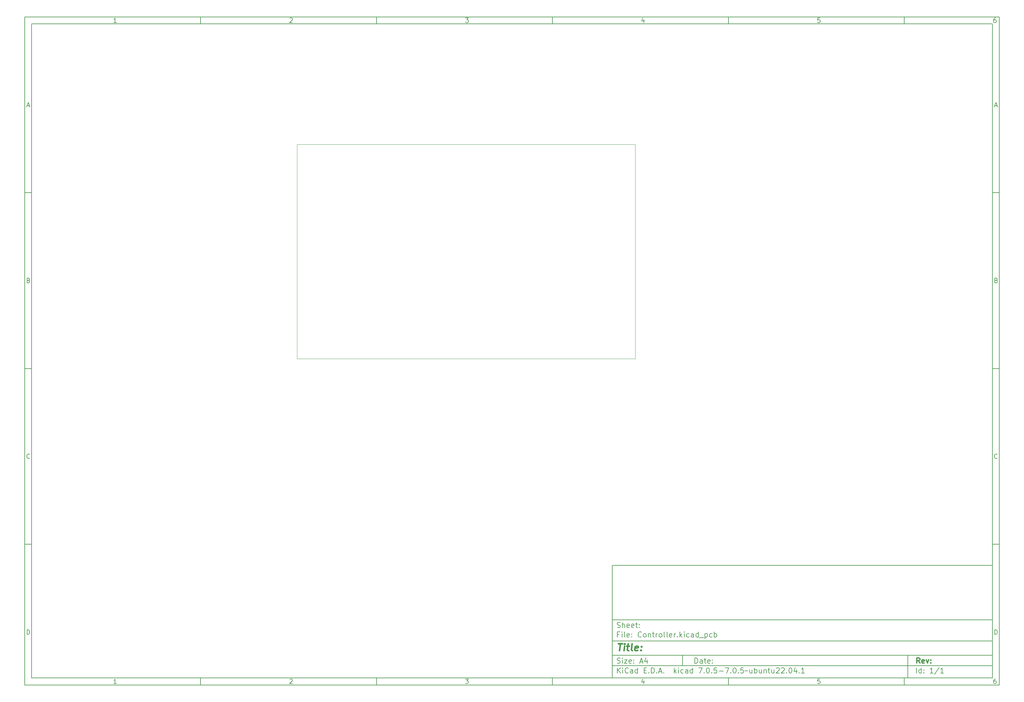
<source format=gbr>
%TF.GenerationSoftware,KiCad,Pcbnew,7.0.5-7.0.5~ubuntu22.04.1*%
%TF.CreationDate,2023-06-29T11:19:58+05:30*%
%TF.ProjectId,Controller,436f6e74-726f-46c6-9c65-722e6b696361,rev?*%
%TF.SameCoordinates,Original*%
%TF.FileFunction,Profile,NP*%
%FSLAX46Y46*%
G04 Gerber Fmt 4.6, Leading zero omitted, Abs format (unit mm)*
G04 Created by KiCad (PCBNEW 7.0.5-7.0.5~ubuntu22.04.1) date 2023-06-29 11:19:58*
%MOMM*%
%LPD*%
G01*
G04 APERTURE LIST*
%ADD10C,0.100000*%
%ADD11C,0.150000*%
%ADD12C,0.300000*%
%ADD13C,0.400000*%
%TA.AperFunction,Profile*%
%ADD14C,0.100000*%
%TD*%
G04 APERTURE END LIST*
D10*
D11*
X177002200Y-166007200D02*
X285002200Y-166007200D01*
X285002200Y-198007200D01*
X177002200Y-198007200D01*
X177002200Y-166007200D01*
D10*
D11*
X10000000Y-10000000D02*
X287002200Y-10000000D01*
X287002200Y-200007200D01*
X10000000Y-200007200D01*
X10000000Y-10000000D01*
D10*
D11*
X12000000Y-12000000D02*
X285002200Y-12000000D01*
X285002200Y-198007200D01*
X12000000Y-198007200D01*
X12000000Y-12000000D01*
D10*
D11*
X60000000Y-12000000D02*
X60000000Y-10000000D01*
D10*
D11*
X110000000Y-12000000D02*
X110000000Y-10000000D01*
D10*
D11*
X160000000Y-12000000D02*
X160000000Y-10000000D01*
D10*
D11*
X210000000Y-12000000D02*
X210000000Y-10000000D01*
D10*
D11*
X260000000Y-12000000D02*
X260000000Y-10000000D01*
D10*
D11*
X36089160Y-11593604D02*
X35346303Y-11593604D01*
X35717731Y-11593604D02*
X35717731Y-10293604D01*
X35717731Y-10293604D02*
X35593922Y-10479319D01*
X35593922Y-10479319D02*
X35470112Y-10603128D01*
X35470112Y-10603128D02*
X35346303Y-10665033D01*
D10*
D11*
X85346303Y-10417414D02*
X85408207Y-10355509D01*
X85408207Y-10355509D02*
X85532017Y-10293604D01*
X85532017Y-10293604D02*
X85841541Y-10293604D01*
X85841541Y-10293604D02*
X85965350Y-10355509D01*
X85965350Y-10355509D02*
X86027255Y-10417414D01*
X86027255Y-10417414D02*
X86089160Y-10541223D01*
X86089160Y-10541223D02*
X86089160Y-10665033D01*
X86089160Y-10665033D02*
X86027255Y-10850747D01*
X86027255Y-10850747D02*
X85284398Y-11593604D01*
X85284398Y-11593604D02*
X86089160Y-11593604D01*
D10*
D11*
X135284398Y-10293604D02*
X136089160Y-10293604D01*
X136089160Y-10293604D02*
X135655826Y-10788842D01*
X135655826Y-10788842D02*
X135841541Y-10788842D01*
X135841541Y-10788842D02*
X135965350Y-10850747D01*
X135965350Y-10850747D02*
X136027255Y-10912652D01*
X136027255Y-10912652D02*
X136089160Y-11036461D01*
X136089160Y-11036461D02*
X136089160Y-11345985D01*
X136089160Y-11345985D02*
X136027255Y-11469795D01*
X136027255Y-11469795D02*
X135965350Y-11531700D01*
X135965350Y-11531700D02*
X135841541Y-11593604D01*
X135841541Y-11593604D02*
X135470112Y-11593604D01*
X135470112Y-11593604D02*
X135346303Y-11531700D01*
X135346303Y-11531700D02*
X135284398Y-11469795D01*
D10*
D11*
X185965350Y-10726938D02*
X185965350Y-11593604D01*
X185655826Y-10231700D02*
X185346303Y-11160271D01*
X185346303Y-11160271D02*
X186151064Y-11160271D01*
D10*
D11*
X236027255Y-10293604D02*
X235408207Y-10293604D01*
X235408207Y-10293604D02*
X235346303Y-10912652D01*
X235346303Y-10912652D02*
X235408207Y-10850747D01*
X235408207Y-10850747D02*
X235532017Y-10788842D01*
X235532017Y-10788842D02*
X235841541Y-10788842D01*
X235841541Y-10788842D02*
X235965350Y-10850747D01*
X235965350Y-10850747D02*
X236027255Y-10912652D01*
X236027255Y-10912652D02*
X236089160Y-11036461D01*
X236089160Y-11036461D02*
X236089160Y-11345985D01*
X236089160Y-11345985D02*
X236027255Y-11469795D01*
X236027255Y-11469795D02*
X235965350Y-11531700D01*
X235965350Y-11531700D02*
X235841541Y-11593604D01*
X235841541Y-11593604D02*
X235532017Y-11593604D01*
X235532017Y-11593604D02*
X235408207Y-11531700D01*
X235408207Y-11531700D02*
X235346303Y-11469795D01*
D10*
D11*
X285965350Y-10293604D02*
X285717731Y-10293604D01*
X285717731Y-10293604D02*
X285593922Y-10355509D01*
X285593922Y-10355509D02*
X285532017Y-10417414D01*
X285532017Y-10417414D02*
X285408207Y-10603128D01*
X285408207Y-10603128D02*
X285346303Y-10850747D01*
X285346303Y-10850747D02*
X285346303Y-11345985D01*
X285346303Y-11345985D02*
X285408207Y-11469795D01*
X285408207Y-11469795D02*
X285470112Y-11531700D01*
X285470112Y-11531700D02*
X285593922Y-11593604D01*
X285593922Y-11593604D02*
X285841541Y-11593604D01*
X285841541Y-11593604D02*
X285965350Y-11531700D01*
X285965350Y-11531700D02*
X286027255Y-11469795D01*
X286027255Y-11469795D02*
X286089160Y-11345985D01*
X286089160Y-11345985D02*
X286089160Y-11036461D01*
X286089160Y-11036461D02*
X286027255Y-10912652D01*
X286027255Y-10912652D02*
X285965350Y-10850747D01*
X285965350Y-10850747D02*
X285841541Y-10788842D01*
X285841541Y-10788842D02*
X285593922Y-10788842D01*
X285593922Y-10788842D02*
X285470112Y-10850747D01*
X285470112Y-10850747D02*
X285408207Y-10912652D01*
X285408207Y-10912652D02*
X285346303Y-11036461D01*
D10*
D11*
X60000000Y-198007200D02*
X60000000Y-200007200D01*
D10*
D11*
X110000000Y-198007200D02*
X110000000Y-200007200D01*
D10*
D11*
X160000000Y-198007200D02*
X160000000Y-200007200D01*
D10*
D11*
X210000000Y-198007200D02*
X210000000Y-200007200D01*
D10*
D11*
X260000000Y-198007200D02*
X260000000Y-200007200D01*
D10*
D11*
X36089160Y-199600804D02*
X35346303Y-199600804D01*
X35717731Y-199600804D02*
X35717731Y-198300804D01*
X35717731Y-198300804D02*
X35593922Y-198486519D01*
X35593922Y-198486519D02*
X35470112Y-198610328D01*
X35470112Y-198610328D02*
X35346303Y-198672233D01*
D10*
D11*
X85346303Y-198424614D02*
X85408207Y-198362709D01*
X85408207Y-198362709D02*
X85532017Y-198300804D01*
X85532017Y-198300804D02*
X85841541Y-198300804D01*
X85841541Y-198300804D02*
X85965350Y-198362709D01*
X85965350Y-198362709D02*
X86027255Y-198424614D01*
X86027255Y-198424614D02*
X86089160Y-198548423D01*
X86089160Y-198548423D02*
X86089160Y-198672233D01*
X86089160Y-198672233D02*
X86027255Y-198857947D01*
X86027255Y-198857947D02*
X85284398Y-199600804D01*
X85284398Y-199600804D02*
X86089160Y-199600804D01*
D10*
D11*
X135284398Y-198300804D02*
X136089160Y-198300804D01*
X136089160Y-198300804D02*
X135655826Y-198796042D01*
X135655826Y-198796042D02*
X135841541Y-198796042D01*
X135841541Y-198796042D02*
X135965350Y-198857947D01*
X135965350Y-198857947D02*
X136027255Y-198919852D01*
X136027255Y-198919852D02*
X136089160Y-199043661D01*
X136089160Y-199043661D02*
X136089160Y-199353185D01*
X136089160Y-199353185D02*
X136027255Y-199476995D01*
X136027255Y-199476995D02*
X135965350Y-199538900D01*
X135965350Y-199538900D02*
X135841541Y-199600804D01*
X135841541Y-199600804D02*
X135470112Y-199600804D01*
X135470112Y-199600804D02*
X135346303Y-199538900D01*
X135346303Y-199538900D02*
X135284398Y-199476995D01*
D10*
D11*
X185965350Y-198734138D02*
X185965350Y-199600804D01*
X185655826Y-198238900D02*
X185346303Y-199167471D01*
X185346303Y-199167471D02*
X186151064Y-199167471D01*
D10*
D11*
X236027255Y-198300804D02*
X235408207Y-198300804D01*
X235408207Y-198300804D02*
X235346303Y-198919852D01*
X235346303Y-198919852D02*
X235408207Y-198857947D01*
X235408207Y-198857947D02*
X235532017Y-198796042D01*
X235532017Y-198796042D02*
X235841541Y-198796042D01*
X235841541Y-198796042D02*
X235965350Y-198857947D01*
X235965350Y-198857947D02*
X236027255Y-198919852D01*
X236027255Y-198919852D02*
X236089160Y-199043661D01*
X236089160Y-199043661D02*
X236089160Y-199353185D01*
X236089160Y-199353185D02*
X236027255Y-199476995D01*
X236027255Y-199476995D02*
X235965350Y-199538900D01*
X235965350Y-199538900D02*
X235841541Y-199600804D01*
X235841541Y-199600804D02*
X235532017Y-199600804D01*
X235532017Y-199600804D02*
X235408207Y-199538900D01*
X235408207Y-199538900D02*
X235346303Y-199476995D01*
D10*
D11*
X285965350Y-198300804D02*
X285717731Y-198300804D01*
X285717731Y-198300804D02*
X285593922Y-198362709D01*
X285593922Y-198362709D02*
X285532017Y-198424614D01*
X285532017Y-198424614D02*
X285408207Y-198610328D01*
X285408207Y-198610328D02*
X285346303Y-198857947D01*
X285346303Y-198857947D02*
X285346303Y-199353185D01*
X285346303Y-199353185D02*
X285408207Y-199476995D01*
X285408207Y-199476995D02*
X285470112Y-199538900D01*
X285470112Y-199538900D02*
X285593922Y-199600804D01*
X285593922Y-199600804D02*
X285841541Y-199600804D01*
X285841541Y-199600804D02*
X285965350Y-199538900D01*
X285965350Y-199538900D02*
X286027255Y-199476995D01*
X286027255Y-199476995D02*
X286089160Y-199353185D01*
X286089160Y-199353185D02*
X286089160Y-199043661D01*
X286089160Y-199043661D02*
X286027255Y-198919852D01*
X286027255Y-198919852D02*
X285965350Y-198857947D01*
X285965350Y-198857947D02*
X285841541Y-198796042D01*
X285841541Y-198796042D02*
X285593922Y-198796042D01*
X285593922Y-198796042D02*
X285470112Y-198857947D01*
X285470112Y-198857947D02*
X285408207Y-198919852D01*
X285408207Y-198919852D02*
X285346303Y-199043661D01*
D10*
D11*
X10000000Y-60000000D02*
X12000000Y-60000000D01*
D10*
D11*
X10000000Y-110000000D02*
X12000000Y-110000000D01*
D10*
D11*
X10000000Y-160000000D02*
X12000000Y-160000000D01*
D10*
D11*
X10690476Y-35222176D02*
X11309523Y-35222176D01*
X10566666Y-35593604D02*
X10999999Y-34293604D01*
X10999999Y-34293604D02*
X11433333Y-35593604D01*
D10*
D11*
X11092857Y-84912652D02*
X11278571Y-84974557D01*
X11278571Y-84974557D02*
X11340476Y-85036461D01*
X11340476Y-85036461D02*
X11402380Y-85160271D01*
X11402380Y-85160271D02*
X11402380Y-85345985D01*
X11402380Y-85345985D02*
X11340476Y-85469795D01*
X11340476Y-85469795D02*
X11278571Y-85531700D01*
X11278571Y-85531700D02*
X11154761Y-85593604D01*
X11154761Y-85593604D02*
X10659523Y-85593604D01*
X10659523Y-85593604D02*
X10659523Y-84293604D01*
X10659523Y-84293604D02*
X11092857Y-84293604D01*
X11092857Y-84293604D02*
X11216666Y-84355509D01*
X11216666Y-84355509D02*
X11278571Y-84417414D01*
X11278571Y-84417414D02*
X11340476Y-84541223D01*
X11340476Y-84541223D02*
X11340476Y-84665033D01*
X11340476Y-84665033D02*
X11278571Y-84788842D01*
X11278571Y-84788842D02*
X11216666Y-84850747D01*
X11216666Y-84850747D02*
X11092857Y-84912652D01*
X11092857Y-84912652D02*
X10659523Y-84912652D01*
D10*
D11*
X11402380Y-135469795D02*
X11340476Y-135531700D01*
X11340476Y-135531700D02*
X11154761Y-135593604D01*
X11154761Y-135593604D02*
X11030952Y-135593604D01*
X11030952Y-135593604D02*
X10845238Y-135531700D01*
X10845238Y-135531700D02*
X10721428Y-135407890D01*
X10721428Y-135407890D02*
X10659523Y-135284080D01*
X10659523Y-135284080D02*
X10597619Y-135036461D01*
X10597619Y-135036461D02*
X10597619Y-134850747D01*
X10597619Y-134850747D02*
X10659523Y-134603128D01*
X10659523Y-134603128D02*
X10721428Y-134479319D01*
X10721428Y-134479319D02*
X10845238Y-134355509D01*
X10845238Y-134355509D02*
X11030952Y-134293604D01*
X11030952Y-134293604D02*
X11154761Y-134293604D01*
X11154761Y-134293604D02*
X11340476Y-134355509D01*
X11340476Y-134355509D02*
X11402380Y-134417414D01*
D10*
D11*
X10659523Y-185593604D02*
X10659523Y-184293604D01*
X10659523Y-184293604D02*
X10969047Y-184293604D01*
X10969047Y-184293604D02*
X11154761Y-184355509D01*
X11154761Y-184355509D02*
X11278571Y-184479319D01*
X11278571Y-184479319D02*
X11340476Y-184603128D01*
X11340476Y-184603128D02*
X11402380Y-184850747D01*
X11402380Y-184850747D02*
X11402380Y-185036461D01*
X11402380Y-185036461D02*
X11340476Y-185284080D01*
X11340476Y-185284080D02*
X11278571Y-185407890D01*
X11278571Y-185407890D02*
X11154761Y-185531700D01*
X11154761Y-185531700D02*
X10969047Y-185593604D01*
X10969047Y-185593604D02*
X10659523Y-185593604D01*
D10*
D11*
X287002200Y-60000000D02*
X285002200Y-60000000D01*
D10*
D11*
X287002200Y-110000000D02*
X285002200Y-110000000D01*
D10*
D11*
X287002200Y-160000000D02*
X285002200Y-160000000D01*
D10*
D11*
X285692676Y-35222176D02*
X286311723Y-35222176D01*
X285568866Y-35593604D02*
X286002199Y-34293604D01*
X286002199Y-34293604D02*
X286435533Y-35593604D01*
D10*
D11*
X286095057Y-84912652D02*
X286280771Y-84974557D01*
X286280771Y-84974557D02*
X286342676Y-85036461D01*
X286342676Y-85036461D02*
X286404580Y-85160271D01*
X286404580Y-85160271D02*
X286404580Y-85345985D01*
X286404580Y-85345985D02*
X286342676Y-85469795D01*
X286342676Y-85469795D02*
X286280771Y-85531700D01*
X286280771Y-85531700D02*
X286156961Y-85593604D01*
X286156961Y-85593604D02*
X285661723Y-85593604D01*
X285661723Y-85593604D02*
X285661723Y-84293604D01*
X285661723Y-84293604D02*
X286095057Y-84293604D01*
X286095057Y-84293604D02*
X286218866Y-84355509D01*
X286218866Y-84355509D02*
X286280771Y-84417414D01*
X286280771Y-84417414D02*
X286342676Y-84541223D01*
X286342676Y-84541223D02*
X286342676Y-84665033D01*
X286342676Y-84665033D02*
X286280771Y-84788842D01*
X286280771Y-84788842D02*
X286218866Y-84850747D01*
X286218866Y-84850747D02*
X286095057Y-84912652D01*
X286095057Y-84912652D02*
X285661723Y-84912652D01*
D10*
D11*
X286404580Y-135469795D02*
X286342676Y-135531700D01*
X286342676Y-135531700D02*
X286156961Y-135593604D01*
X286156961Y-135593604D02*
X286033152Y-135593604D01*
X286033152Y-135593604D02*
X285847438Y-135531700D01*
X285847438Y-135531700D02*
X285723628Y-135407890D01*
X285723628Y-135407890D02*
X285661723Y-135284080D01*
X285661723Y-135284080D02*
X285599819Y-135036461D01*
X285599819Y-135036461D02*
X285599819Y-134850747D01*
X285599819Y-134850747D02*
X285661723Y-134603128D01*
X285661723Y-134603128D02*
X285723628Y-134479319D01*
X285723628Y-134479319D02*
X285847438Y-134355509D01*
X285847438Y-134355509D02*
X286033152Y-134293604D01*
X286033152Y-134293604D02*
X286156961Y-134293604D01*
X286156961Y-134293604D02*
X286342676Y-134355509D01*
X286342676Y-134355509D02*
X286404580Y-134417414D01*
D10*
D11*
X285661723Y-185593604D02*
X285661723Y-184293604D01*
X285661723Y-184293604D02*
X285971247Y-184293604D01*
X285971247Y-184293604D02*
X286156961Y-184355509D01*
X286156961Y-184355509D02*
X286280771Y-184479319D01*
X286280771Y-184479319D02*
X286342676Y-184603128D01*
X286342676Y-184603128D02*
X286404580Y-184850747D01*
X286404580Y-184850747D02*
X286404580Y-185036461D01*
X286404580Y-185036461D02*
X286342676Y-185284080D01*
X286342676Y-185284080D02*
X286280771Y-185407890D01*
X286280771Y-185407890D02*
X286156961Y-185531700D01*
X286156961Y-185531700D02*
X285971247Y-185593604D01*
X285971247Y-185593604D02*
X285661723Y-185593604D01*
D10*
D11*
X200458026Y-193793328D02*
X200458026Y-192293328D01*
X200458026Y-192293328D02*
X200815169Y-192293328D01*
X200815169Y-192293328D02*
X201029455Y-192364757D01*
X201029455Y-192364757D02*
X201172312Y-192507614D01*
X201172312Y-192507614D02*
X201243741Y-192650471D01*
X201243741Y-192650471D02*
X201315169Y-192936185D01*
X201315169Y-192936185D02*
X201315169Y-193150471D01*
X201315169Y-193150471D02*
X201243741Y-193436185D01*
X201243741Y-193436185D02*
X201172312Y-193579042D01*
X201172312Y-193579042D02*
X201029455Y-193721900D01*
X201029455Y-193721900D02*
X200815169Y-193793328D01*
X200815169Y-193793328D02*
X200458026Y-193793328D01*
X202600884Y-193793328D02*
X202600884Y-193007614D01*
X202600884Y-193007614D02*
X202529455Y-192864757D01*
X202529455Y-192864757D02*
X202386598Y-192793328D01*
X202386598Y-192793328D02*
X202100884Y-192793328D01*
X202100884Y-192793328D02*
X201958026Y-192864757D01*
X202600884Y-193721900D02*
X202458026Y-193793328D01*
X202458026Y-193793328D02*
X202100884Y-193793328D01*
X202100884Y-193793328D02*
X201958026Y-193721900D01*
X201958026Y-193721900D02*
X201886598Y-193579042D01*
X201886598Y-193579042D02*
X201886598Y-193436185D01*
X201886598Y-193436185D02*
X201958026Y-193293328D01*
X201958026Y-193293328D02*
X202100884Y-193221900D01*
X202100884Y-193221900D02*
X202458026Y-193221900D01*
X202458026Y-193221900D02*
X202600884Y-193150471D01*
X203100884Y-192793328D02*
X203672312Y-192793328D01*
X203315169Y-192293328D02*
X203315169Y-193579042D01*
X203315169Y-193579042D02*
X203386598Y-193721900D01*
X203386598Y-193721900D02*
X203529455Y-193793328D01*
X203529455Y-193793328D02*
X203672312Y-193793328D01*
X204743741Y-193721900D02*
X204600884Y-193793328D01*
X204600884Y-193793328D02*
X204315170Y-193793328D01*
X204315170Y-193793328D02*
X204172312Y-193721900D01*
X204172312Y-193721900D02*
X204100884Y-193579042D01*
X204100884Y-193579042D02*
X204100884Y-193007614D01*
X204100884Y-193007614D02*
X204172312Y-192864757D01*
X204172312Y-192864757D02*
X204315170Y-192793328D01*
X204315170Y-192793328D02*
X204600884Y-192793328D01*
X204600884Y-192793328D02*
X204743741Y-192864757D01*
X204743741Y-192864757D02*
X204815170Y-193007614D01*
X204815170Y-193007614D02*
X204815170Y-193150471D01*
X204815170Y-193150471D02*
X204100884Y-193293328D01*
X205458026Y-193650471D02*
X205529455Y-193721900D01*
X205529455Y-193721900D02*
X205458026Y-193793328D01*
X205458026Y-193793328D02*
X205386598Y-193721900D01*
X205386598Y-193721900D02*
X205458026Y-193650471D01*
X205458026Y-193650471D02*
X205458026Y-193793328D01*
X205458026Y-192864757D02*
X205529455Y-192936185D01*
X205529455Y-192936185D02*
X205458026Y-193007614D01*
X205458026Y-193007614D02*
X205386598Y-192936185D01*
X205386598Y-192936185D02*
X205458026Y-192864757D01*
X205458026Y-192864757D02*
X205458026Y-193007614D01*
D10*
D11*
X177002200Y-194507200D02*
X285002200Y-194507200D01*
D10*
D11*
X178458026Y-196593328D02*
X178458026Y-195093328D01*
X179315169Y-196593328D02*
X178672312Y-195736185D01*
X179315169Y-195093328D02*
X178458026Y-195950471D01*
X179958026Y-196593328D02*
X179958026Y-195593328D01*
X179958026Y-195093328D02*
X179886598Y-195164757D01*
X179886598Y-195164757D02*
X179958026Y-195236185D01*
X179958026Y-195236185D02*
X180029455Y-195164757D01*
X180029455Y-195164757D02*
X179958026Y-195093328D01*
X179958026Y-195093328D02*
X179958026Y-195236185D01*
X181529455Y-196450471D02*
X181458027Y-196521900D01*
X181458027Y-196521900D02*
X181243741Y-196593328D01*
X181243741Y-196593328D02*
X181100884Y-196593328D01*
X181100884Y-196593328D02*
X180886598Y-196521900D01*
X180886598Y-196521900D02*
X180743741Y-196379042D01*
X180743741Y-196379042D02*
X180672312Y-196236185D01*
X180672312Y-196236185D02*
X180600884Y-195950471D01*
X180600884Y-195950471D02*
X180600884Y-195736185D01*
X180600884Y-195736185D02*
X180672312Y-195450471D01*
X180672312Y-195450471D02*
X180743741Y-195307614D01*
X180743741Y-195307614D02*
X180886598Y-195164757D01*
X180886598Y-195164757D02*
X181100884Y-195093328D01*
X181100884Y-195093328D02*
X181243741Y-195093328D01*
X181243741Y-195093328D02*
X181458027Y-195164757D01*
X181458027Y-195164757D02*
X181529455Y-195236185D01*
X182815170Y-196593328D02*
X182815170Y-195807614D01*
X182815170Y-195807614D02*
X182743741Y-195664757D01*
X182743741Y-195664757D02*
X182600884Y-195593328D01*
X182600884Y-195593328D02*
X182315170Y-195593328D01*
X182315170Y-195593328D02*
X182172312Y-195664757D01*
X182815170Y-196521900D02*
X182672312Y-196593328D01*
X182672312Y-196593328D02*
X182315170Y-196593328D01*
X182315170Y-196593328D02*
X182172312Y-196521900D01*
X182172312Y-196521900D02*
X182100884Y-196379042D01*
X182100884Y-196379042D02*
X182100884Y-196236185D01*
X182100884Y-196236185D02*
X182172312Y-196093328D01*
X182172312Y-196093328D02*
X182315170Y-196021900D01*
X182315170Y-196021900D02*
X182672312Y-196021900D01*
X182672312Y-196021900D02*
X182815170Y-195950471D01*
X184172313Y-196593328D02*
X184172313Y-195093328D01*
X184172313Y-196521900D02*
X184029455Y-196593328D01*
X184029455Y-196593328D02*
X183743741Y-196593328D01*
X183743741Y-196593328D02*
X183600884Y-196521900D01*
X183600884Y-196521900D02*
X183529455Y-196450471D01*
X183529455Y-196450471D02*
X183458027Y-196307614D01*
X183458027Y-196307614D02*
X183458027Y-195879042D01*
X183458027Y-195879042D02*
X183529455Y-195736185D01*
X183529455Y-195736185D02*
X183600884Y-195664757D01*
X183600884Y-195664757D02*
X183743741Y-195593328D01*
X183743741Y-195593328D02*
X184029455Y-195593328D01*
X184029455Y-195593328D02*
X184172313Y-195664757D01*
X186029455Y-195807614D02*
X186529455Y-195807614D01*
X186743741Y-196593328D02*
X186029455Y-196593328D01*
X186029455Y-196593328D02*
X186029455Y-195093328D01*
X186029455Y-195093328D02*
X186743741Y-195093328D01*
X187386598Y-196450471D02*
X187458027Y-196521900D01*
X187458027Y-196521900D02*
X187386598Y-196593328D01*
X187386598Y-196593328D02*
X187315170Y-196521900D01*
X187315170Y-196521900D02*
X187386598Y-196450471D01*
X187386598Y-196450471D02*
X187386598Y-196593328D01*
X188100884Y-196593328D02*
X188100884Y-195093328D01*
X188100884Y-195093328D02*
X188458027Y-195093328D01*
X188458027Y-195093328D02*
X188672313Y-195164757D01*
X188672313Y-195164757D02*
X188815170Y-195307614D01*
X188815170Y-195307614D02*
X188886599Y-195450471D01*
X188886599Y-195450471D02*
X188958027Y-195736185D01*
X188958027Y-195736185D02*
X188958027Y-195950471D01*
X188958027Y-195950471D02*
X188886599Y-196236185D01*
X188886599Y-196236185D02*
X188815170Y-196379042D01*
X188815170Y-196379042D02*
X188672313Y-196521900D01*
X188672313Y-196521900D02*
X188458027Y-196593328D01*
X188458027Y-196593328D02*
X188100884Y-196593328D01*
X189600884Y-196450471D02*
X189672313Y-196521900D01*
X189672313Y-196521900D02*
X189600884Y-196593328D01*
X189600884Y-196593328D02*
X189529456Y-196521900D01*
X189529456Y-196521900D02*
X189600884Y-196450471D01*
X189600884Y-196450471D02*
X189600884Y-196593328D01*
X190243742Y-196164757D02*
X190958028Y-196164757D01*
X190100885Y-196593328D02*
X190600885Y-195093328D01*
X190600885Y-195093328D02*
X191100885Y-196593328D01*
X191600884Y-196450471D02*
X191672313Y-196521900D01*
X191672313Y-196521900D02*
X191600884Y-196593328D01*
X191600884Y-196593328D02*
X191529456Y-196521900D01*
X191529456Y-196521900D02*
X191600884Y-196450471D01*
X191600884Y-196450471D02*
X191600884Y-196593328D01*
X194600884Y-196593328D02*
X194600884Y-195093328D01*
X194743742Y-196021900D02*
X195172313Y-196593328D01*
X195172313Y-195593328D02*
X194600884Y-196164757D01*
X195815170Y-196593328D02*
X195815170Y-195593328D01*
X195815170Y-195093328D02*
X195743742Y-195164757D01*
X195743742Y-195164757D02*
X195815170Y-195236185D01*
X195815170Y-195236185D02*
X195886599Y-195164757D01*
X195886599Y-195164757D02*
X195815170Y-195093328D01*
X195815170Y-195093328D02*
X195815170Y-195236185D01*
X197172314Y-196521900D02*
X197029456Y-196593328D01*
X197029456Y-196593328D02*
X196743742Y-196593328D01*
X196743742Y-196593328D02*
X196600885Y-196521900D01*
X196600885Y-196521900D02*
X196529456Y-196450471D01*
X196529456Y-196450471D02*
X196458028Y-196307614D01*
X196458028Y-196307614D02*
X196458028Y-195879042D01*
X196458028Y-195879042D02*
X196529456Y-195736185D01*
X196529456Y-195736185D02*
X196600885Y-195664757D01*
X196600885Y-195664757D02*
X196743742Y-195593328D01*
X196743742Y-195593328D02*
X197029456Y-195593328D01*
X197029456Y-195593328D02*
X197172314Y-195664757D01*
X198458028Y-196593328D02*
X198458028Y-195807614D01*
X198458028Y-195807614D02*
X198386599Y-195664757D01*
X198386599Y-195664757D02*
X198243742Y-195593328D01*
X198243742Y-195593328D02*
X197958028Y-195593328D01*
X197958028Y-195593328D02*
X197815170Y-195664757D01*
X198458028Y-196521900D02*
X198315170Y-196593328D01*
X198315170Y-196593328D02*
X197958028Y-196593328D01*
X197958028Y-196593328D02*
X197815170Y-196521900D01*
X197815170Y-196521900D02*
X197743742Y-196379042D01*
X197743742Y-196379042D02*
X197743742Y-196236185D01*
X197743742Y-196236185D02*
X197815170Y-196093328D01*
X197815170Y-196093328D02*
X197958028Y-196021900D01*
X197958028Y-196021900D02*
X198315170Y-196021900D01*
X198315170Y-196021900D02*
X198458028Y-195950471D01*
X199815171Y-196593328D02*
X199815171Y-195093328D01*
X199815171Y-196521900D02*
X199672313Y-196593328D01*
X199672313Y-196593328D02*
X199386599Y-196593328D01*
X199386599Y-196593328D02*
X199243742Y-196521900D01*
X199243742Y-196521900D02*
X199172313Y-196450471D01*
X199172313Y-196450471D02*
X199100885Y-196307614D01*
X199100885Y-196307614D02*
X199100885Y-195879042D01*
X199100885Y-195879042D02*
X199172313Y-195736185D01*
X199172313Y-195736185D02*
X199243742Y-195664757D01*
X199243742Y-195664757D02*
X199386599Y-195593328D01*
X199386599Y-195593328D02*
X199672313Y-195593328D01*
X199672313Y-195593328D02*
X199815171Y-195664757D01*
X201529456Y-195093328D02*
X202529456Y-195093328D01*
X202529456Y-195093328D02*
X201886599Y-196593328D01*
X203100884Y-196450471D02*
X203172313Y-196521900D01*
X203172313Y-196521900D02*
X203100884Y-196593328D01*
X203100884Y-196593328D02*
X203029456Y-196521900D01*
X203029456Y-196521900D02*
X203100884Y-196450471D01*
X203100884Y-196450471D02*
X203100884Y-196593328D01*
X204100885Y-195093328D02*
X204243742Y-195093328D01*
X204243742Y-195093328D02*
X204386599Y-195164757D01*
X204386599Y-195164757D02*
X204458028Y-195236185D01*
X204458028Y-195236185D02*
X204529456Y-195379042D01*
X204529456Y-195379042D02*
X204600885Y-195664757D01*
X204600885Y-195664757D02*
X204600885Y-196021900D01*
X204600885Y-196021900D02*
X204529456Y-196307614D01*
X204529456Y-196307614D02*
X204458028Y-196450471D01*
X204458028Y-196450471D02*
X204386599Y-196521900D01*
X204386599Y-196521900D02*
X204243742Y-196593328D01*
X204243742Y-196593328D02*
X204100885Y-196593328D01*
X204100885Y-196593328D02*
X203958028Y-196521900D01*
X203958028Y-196521900D02*
X203886599Y-196450471D01*
X203886599Y-196450471D02*
X203815170Y-196307614D01*
X203815170Y-196307614D02*
X203743742Y-196021900D01*
X203743742Y-196021900D02*
X203743742Y-195664757D01*
X203743742Y-195664757D02*
X203815170Y-195379042D01*
X203815170Y-195379042D02*
X203886599Y-195236185D01*
X203886599Y-195236185D02*
X203958028Y-195164757D01*
X203958028Y-195164757D02*
X204100885Y-195093328D01*
X205243741Y-196450471D02*
X205315170Y-196521900D01*
X205315170Y-196521900D02*
X205243741Y-196593328D01*
X205243741Y-196593328D02*
X205172313Y-196521900D01*
X205172313Y-196521900D02*
X205243741Y-196450471D01*
X205243741Y-196450471D02*
X205243741Y-196593328D01*
X206672313Y-195093328D02*
X205958027Y-195093328D01*
X205958027Y-195093328D02*
X205886599Y-195807614D01*
X205886599Y-195807614D02*
X205958027Y-195736185D01*
X205958027Y-195736185D02*
X206100885Y-195664757D01*
X206100885Y-195664757D02*
X206458027Y-195664757D01*
X206458027Y-195664757D02*
X206600885Y-195736185D01*
X206600885Y-195736185D02*
X206672313Y-195807614D01*
X206672313Y-195807614D02*
X206743742Y-195950471D01*
X206743742Y-195950471D02*
X206743742Y-196307614D01*
X206743742Y-196307614D02*
X206672313Y-196450471D01*
X206672313Y-196450471D02*
X206600885Y-196521900D01*
X206600885Y-196521900D02*
X206458027Y-196593328D01*
X206458027Y-196593328D02*
X206100885Y-196593328D01*
X206100885Y-196593328D02*
X205958027Y-196521900D01*
X205958027Y-196521900D02*
X205886599Y-196450471D01*
X207386598Y-196021900D02*
X208529456Y-196021900D01*
X209100884Y-195093328D02*
X210100884Y-195093328D01*
X210100884Y-195093328D02*
X209458027Y-196593328D01*
X210672312Y-196450471D02*
X210743741Y-196521900D01*
X210743741Y-196521900D02*
X210672312Y-196593328D01*
X210672312Y-196593328D02*
X210600884Y-196521900D01*
X210600884Y-196521900D02*
X210672312Y-196450471D01*
X210672312Y-196450471D02*
X210672312Y-196593328D01*
X211672313Y-195093328D02*
X211815170Y-195093328D01*
X211815170Y-195093328D02*
X211958027Y-195164757D01*
X211958027Y-195164757D02*
X212029456Y-195236185D01*
X212029456Y-195236185D02*
X212100884Y-195379042D01*
X212100884Y-195379042D02*
X212172313Y-195664757D01*
X212172313Y-195664757D02*
X212172313Y-196021900D01*
X212172313Y-196021900D02*
X212100884Y-196307614D01*
X212100884Y-196307614D02*
X212029456Y-196450471D01*
X212029456Y-196450471D02*
X211958027Y-196521900D01*
X211958027Y-196521900D02*
X211815170Y-196593328D01*
X211815170Y-196593328D02*
X211672313Y-196593328D01*
X211672313Y-196593328D02*
X211529456Y-196521900D01*
X211529456Y-196521900D02*
X211458027Y-196450471D01*
X211458027Y-196450471D02*
X211386598Y-196307614D01*
X211386598Y-196307614D02*
X211315170Y-196021900D01*
X211315170Y-196021900D02*
X211315170Y-195664757D01*
X211315170Y-195664757D02*
X211386598Y-195379042D01*
X211386598Y-195379042D02*
X211458027Y-195236185D01*
X211458027Y-195236185D02*
X211529456Y-195164757D01*
X211529456Y-195164757D02*
X211672313Y-195093328D01*
X212815169Y-196450471D02*
X212886598Y-196521900D01*
X212886598Y-196521900D02*
X212815169Y-196593328D01*
X212815169Y-196593328D02*
X212743741Y-196521900D01*
X212743741Y-196521900D02*
X212815169Y-196450471D01*
X212815169Y-196450471D02*
X212815169Y-196593328D01*
X214243741Y-195093328D02*
X213529455Y-195093328D01*
X213529455Y-195093328D02*
X213458027Y-195807614D01*
X213458027Y-195807614D02*
X213529455Y-195736185D01*
X213529455Y-195736185D02*
X213672313Y-195664757D01*
X213672313Y-195664757D02*
X214029455Y-195664757D01*
X214029455Y-195664757D02*
X214172313Y-195736185D01*
X214172313Y-195736185D02*
X214243741Y-195807614D01*
X214243741Y-195807614D02*
X214315170Y-195950471D01*
X214315170Y-195950471D02*
X214315170Y-196307614D01*
X214315170Y-196307614D02*
X214243741Y-196450471D01*
X214243741Y-196450471D02*
X214172313Y-196521900D01*
X214172313Y-196521900D02*
X214029455Y-196593328D01*
X214029455Y-196593328D02*
X213672313Y-196593328D01*
X213672313Y-196593328D02*
X213529455Y-196521900D01*
X213529455Y-196521900D02*
X213458027Y-196450471D01*
X214743741Y-196021900D02*
X214815169Y-195950471D01*
X214815169Y-195950471D02*
X214958026Y-195879042D01*
X214958026Y-195879042D02*
X215243741Y-196021900D01*
X215243741Y-196021900D02*
X215386598Y-195950471D01*
X215386598Y-195950471D02*
X215458026Y-195879042D01*
X216672313Y-195593328D02*
X216672313Y-196593328D01*
X216029455Y-195593328D02*
X216029455Y-196379042D01*
X216029455Y-196379042D02*
X216100884Y-196521900D01*
X216100884Y-196521900D02*
X216243741Y-196593328D01*
X216243741Y-196593328D02*
X216458027Y-196593328D01*
X216458027Y-196593328D02*
X216600884Y-196521900D01*
X216600884Y-196521900D02*
X216672313Y-196450471D01*
X217386598Y-196593328D02*
X217386598Y-195093328D01*
X217386598Y-195664757D02*
X217529456Y-195593328D01*
X217529456Y-195593328D02*
X217815170Y-195593328D01*
X217815170Y-195593328D02*
X217958027Y-195664757D01*
X217958027Y-195664757D02*
X218029456Y-195736185D01*
X218029456Y-195736185D02*
X218100884Y-195879042D01*
X218100884Y-195879042D02*
X218100884Y-196307614D01*
X218100884Y-196307614D02*
X218029456Y-196450471D01*
X218029456Y-196450471D02*
X217958027Y-196521900D01*
X217958027Y-196521900D02*
X217815170Y-196593328D01*
X217815170Y-196593328D02*
X217529456Y-196593328D01*
X217529456Y-196593328D02*
X217386598Y-196521900D01*
X219386599Y-195593328D02*
X219386599Y-196593328D01*
X218743741Y-195593328D02*
X218743741Y-196379042D01*
X218743741Y-196379042D02*
X218815170Y-196521900D01*
X218815170Y-196521900D02*
X218958027Y-196593328D01*
X218958027Y-196593328D02*
X219172313Y-196593328D01*
X219172313Y-196593328D02*
X219315170Y-196521900D01*
X219315170Y-196521900D02*
X219386599Y-196450471D01*
X220100884Y-195593328D02*
X220100884Y-196593328D01*
X220100884Y-195736185D02*
X220172313Y-195664757D01*
X220172313Y-195664757D02*
X220315170Y-195593328D01*
X220315170Y-195593328D02*
X220529456Y-195593328D01*
X220529456Y-195593328D02*
X220672313Y-195664757D01*
X220672313Y-195664757D02*
X220743742Y-195807614D01*
X220743742Y-195807614D02*
X220743742Y-196593328D01*
X221243742Y-195593328D02*
X221815170Y-195593328D01*
X221458027Y-195093328D02*
X221458027Y-196379042D01*
X221458027Y-196379042D02*
X221529456Y-196521900D01*
X221529456Y-196521900D02*
X221672313Y-196593328D01*
X221672313Y-196593328D02*
X221815170Y-196593328D01*
X222958028Y-195593328D02*
X222958028Y-196593328D01*
X222315170Y-195593328D02*
X222315170Y-196379042D01*
X222315170Y-196379042D02*
X222386599Y-196521900D01*
X222386599Y-196521900D02*
X222529456Y-196593328D01*
X222529456Y-196593328D02*
X222743742Y-196593328D01*
X222743742Y-196593328D02*
X222886599Y-196521900D01*
X222886599Y-196521900D02*
X222958028Y-196450471D01*
X223600885Y-195236185D02*
X223672313Y-195164757D01*
X223672313Y-195164757D02*
X223815171Y-195093328D01*
X223815171Y-195093328D02*
X224172313Y-195093328D01*
X224172313Y-195093328D02*
X224315171Y-195164757D01*
X224315171Y-195164757D02*
X224386599Y-195236185D01*
X224386599Y-195236185D02*
X224458028Y-195379042D01*
X224458028Y-195379042D02*
X224458028Y-195521900D01*
X224458028Y-195521900D02*
X224386599Y-195736185D01*
X224386599Y-195736185D02*
X223529456Y-196593328D01*
X223529456Y-196593328D02*
X224458028Y-196593328D01*
X225029456Y-195236185D02*
X225100884Y-195164757D01*
X225100884Y-195164757D02*
X225243742Y-195093328D01*
X225243742Y-195093328D02*
X225600884Y-195093328D01*
X225600884Y-195093328D02*
X225743742Y-195164757D01*
X225743742Y-195164757D02*
X225815170Y-195236185D01*
X225815170Y-195236185D02*
X225886599Y-195379042D01*
X225886599Y-195379042D02*
X225886599Y-195521900D01*
X225886599Y-195521900D02*
X225815170Y-195736185D01*
X225815170Y-195736185D02*
X224958027Y-196593328D01*
X224958027Y-196593328D02*
X225886599Y-196593328D01*
X226529455Y-196450471D02*
X226600884Y-196521900D01*
X226600884Y-196521900D02*
X226529455Y-196593328D01*
X226529455Y-196593328D02*
X226458027Y-196521900D01*
X226458027Y-196521900D02*
X226529455Y-196450471D01*
X226529455Y-196450471D02*
X226529455Y-196593328D01*
X227529456Y-195093328D02*
X227672313Y-195093328D01*
X227672313Y-195093328D02*
X227815170Y-195164757D01*
X227815170Y-195164757D02*
X227886599Y-195236185D01*
X227886599Y-195236185D02*
X227958027Y-195379042D01*
X227958027Y-195379042D02*
X228029456Y-195664757D01*
X228029456Y-195664757D02*
X228029456Y-196021900D01*
X228029456Y-196021900D02*
X227958027Y-196307614D01*
X227958027Y-196307614D02*
X227886599Y-196450471D01*
X227886599Y-196450471D02*
X227815170Y-196521900D01*
X227815170Y-196521900D02*
X227672313Y-196593328D01*
X227672313Y-196593328D02*
X227529456Y-196593328D01*
X227529456Y-196593328D02*
X227386599Y-196521900D01*
X227386599Y-196521900D02*
X227315170Y-196450471D01*
X227315170Y-196450471D02*
X227243741Y-196307614D01*
X227243741Y-196307614D02*
X227172313Y-196021900D01*
X227172313Y-196021900D02*
X227172313Y-195664757D01*
X227172313Y-195664757D02*
X227243741Y-195379042D01*
X227243741Y-195379042D02*
X227315170Y-195236185D01*
X227315170Y-195236185D02*
X227386599Y-195164757D01*
X227386599Y-195164757D02*
X227529456Y-195093328D01*
X229315170Y-195593328D02*
X229315170Y-196593328D01*
X228958027Y-195021900D02*
X228600884Y-196093328D01*
X228600884Y-196093328D02*
X229529455Y-196093328D01*
X230100883Y-196450471D02*
X230172312Y-196521900D01*
X230172312Y-196521900D02*
X230100883Y-196593328D01*
X230100883Y-196593328D02*
X230029455Y-196521900D01*
X230029455Y-196521900D02*
X230100883Y-196450471D01*
X230100883Y-196450471D02*
X230100883Y-196593328D01*
X231600884Y-196593328D02*
X230743741Y-196593328D01*
X231172312Y-196593328D02*
X231172312Y-195093328D01*
X231172312Y-195093328D02*
X231029455Y-195307614D01*
X231029455Y-195307614D02*
X230886598Y-195450471D01*
X230886598Y-195450471D02*
X230743741Y-195521900D01*
D10*
D11*
X177002200Y-191507200D02*
X285002200Y-191507200D01*
D10*
D12*
X264413853Y-193785528D02*
X263913853Y-193071242D01*
X263556710Y-193785528D02*
X263556710Y-192285528D01*
X263556710Y-192285528D02*
X264128139Y-192285528D01*
X264128139Y-192285528D02*
X264270996Y-192356957D01*
X264270996Y-192356957D02*
X264342425Y-192428385D01*
X264342425Y-192428385D02*
X264413853Y-192571242D01*
X264413853Y-192571242D02*
X264413853Y-192785528D01*
X264413853Y-192785528D02*
X264342425Y-192928385D01*
X264342425Y-192928385D02*
X264270996Y-192999814D01*
X264270996Y-192999814D02*
X264128139Y-193071242D01*
X264128139Y-193071242D02*
X263556710Y-193071242D01*
X265628139Y-193714100D02*
X265485282Y-193785528D01*
X265485282Y-193785528D02*
X265199568Y-193785528D01*
X265199568Y-193785528D02*
X265056710Y-193714100D01*
X265056710Y-193714100D02*
X264985282Y-193571242D01*
X264985282Y-193571242D02*
X264985282Y-192999814D01*
X264985282Y-192999814D02*
X265056710Y-192856957D01*
X265056710Y-192856957D02*
X265199568Y-192785528D01*
X265199568Y-192785528D02*
X265485282Y-192785528D01*
X265485282Y-192785528D02*
X265628139Y-192856957D01*
X265628139Y-192856957D02*
X265699568Y-192999814D01*
X265699568Y-192999814D02*
X265699568Y-193142671D01*
X265699568Y-193142671D02*
X264985282Y-193285528D01*
X266199567Y-192785528D02*
X266556710Y-193785528D01*
X266556710Y-193785528D02*
X266913853Y-192785528D01*
X267485281Y-193642671D02*
X267556710Y-193714100D01*
X267556710Y-193714100D02*
X267485281Y-193785528D01*
X267485281Y-193785528D02*
X267413853Y-193714100D01*
X267413853Y-193714100D02*
X267485281Y-193642671D01*
X267485281Y-193642671D02*
X267485281Y-193785528D01*
X267485281Y-192856957D02*
X267556710Y-192928385D01*
X267556710Y-192928385D02*
X267485281Y-192999814D01*
X267485281Y-192999814D02*
X267413853Y-192928385D01*
X267413853Y-192928385D02*
X267485281Y-192856957D01*
X267485281Y-192856957D02*
X267485281Y-192999814D01*
D10*
D11*
X178386598Y-193721900D02*
X178600884Y-193793328D01*
X178600884Y-193793328D02*
X178958026Y-193793328D01*
X178958026Y-193793328D02*
X179100884Y-193721900D01*
X179100884Y-193721900D02*
X179172312Y-193650471D01*
X179172312Y-193650471D02*
X179243741Y-193507614D01*
X179243741Y-193507614D02*
X179243741Y-193364757D01*
X179243741Y-193364757D02*
X179172312Y-193221900D01*
X179172312Y-193221900D02*
X179100884Y-193150471D01*
X179100884Y-193150471D02*
X178958026Y-193079042D01*
X178958026Y-193079042D02*
X178672312Y-193007614D01*
X178672312Y-193007614D02*
X178529455Y-192936185D01*
X178529455Y-192936185D02*
X178458026Y-192864757D01*
X178458026Y-192864757D02*
X178386598Y-192721900D01*
X178386598Y-192721900D02*
X178386598Y-192579042D01*
X178386598Y-192579042D02*
X178458026Y-192436185D01*
X178458026Y-192436185D02*
X178529455Y-192364757D01*
X178529455Y-192364757D02*
X178672312Y-192293328D01*
X178672312Y-192293328D02*
X179029455Y-192293328D01*
X179029455Y-192293328D02*
X179243741Y-192364757D01*
X179886597Y-193793328D02*
X179886597Y-192793328D01*
X179886597Y-192293328D02*
X179815169Y-192364757D01*
X179815169Y-192364757D02*
X179886597Y-192436185D01*
X179886597Y-192436185D02*
X179958026Y-192364757D01*
X179958026Y-192364757D02*
X179886597Y-192293328D01*
X179886597Y-192293328D02*
X179886597Y-192436185D01*
X180458026Y-192793328D02*
X181243741Y-192793328D01*
X181243741Y-192793328D02*
X180458026Y-193793328D01*
X180458026Y-193793328D02*
X181243741Y-193793328D01*
X182386598Y-193721900D02*
X182243741Y-193793328D01*
X182243741Y-193793328D02*
X181958027Y-193793328D01*
X181958027Y-193793328D02*
X181815169Y-193721900D01*
X181815169Y-193721900D02*
X181743741Y-193579042D01*
X181743741Y-193579042D02*
X181743741Y-193007614D01*
X181743741Y-193007614D02*
X181815169Y-192864757D01*
X181815169Y-192864757D02*
X181958027Y-192793328D01*
X181958027Y-192793328D02*
X182243741Y-192793328D01*
X182243741Y-192793328D02*
X182386598Y-192864757D01*
X182386598Y-192864757D02*
X182458027Y-193007614D01*
X182458027Y-193007614D02*
X182458027Y-193150471D01*
X182458027Y-193150471D02*
X181743741Y-193293328D01*
X183100883Y-193650471D02*
X183172312Y-193721900D01*
X183172312Y-193721900D02*
X183100883Y-193793328D01*
X183100883Y-193793328D02*
X183029455Y-193721900D01*
X183029455Y-193721900D02*
X183100883Y-193650471D01*
X183100883Y-193650471D02*
X183100883Y-193793328D01*
X183100883Y-192864757D02*
X183172312Y-192936185D01*
X183172312Y-192936185D02*
X183100883Y-193007614D01*
X183100883Y-193007614D02*
X183029455Y-192936185D01*
X183029455Y-192936185D02*
X183100883Y-192864757D01*
X183100883Y-192864757D02*
X183100883Y-193007614D01*
X184886598Y-193364757D02*
X185600884Y-193364757D01*
X184743741Y-193793328D02*
X185243741Y-192293328D01*
X185243741Y-192293328D02*
X185743741Y-193793328D01*
X186886598Y-192793328D02*
X186886598Y-193793328D01*
X186529455Y-192221900D02*
X186172312Y-193293328D01*
X186172312Y-193293328D02*
X187100883Y-193293328D01*
D10*
D11*
X263458026Y-196593328D02*
X263458026Y-195093328D01*
X264815170Y-196593328D02*
X264815170Y-195093328D01*
X264815170Y-196521900D02*
X264672312Y-196593328D01*
X264672312Y-196593328D02*
X264386598Y-196593328D01*
X264386598Y-196593328D02*
X264243741Y-196521900D01*
X264243741Y-196521900D02*
X264172312Y-196450471D01*
X264172312Y-196450471D02*
X264100884Y-196307614D01*
X264100884Y-196307614D02*
X264100884Y-195879042D01*
X264100884Y-195879042D02*
X264172312Y-195736185D01*
X264172312Y-195736185D02*
X264243741Y-195664757D01*
X264243741Y-195664757D02*
X264386598Y-195593328D01*
X264386598Y-195593328D02*
X264672312Y-195593328D01*
X264672312Y-195593328D02*
X264815170Y-195664757D01*
X265529455Y-196450471D02*
X265600884Y-196521900D01*
X265600884Y-196521900D02*
X265529455Y-196593328D01*
X265529455Y-196593328D02*
X265458027Y-196521900D01*
X265458027Y-196521900D02*
X265529455Y-196450471D01*
X265529455Y-196450471D02*
X265529455Y-196593328D01*
X265529455Y-195664757D02*
X265600884Y-195736185D01*
X265600884Y-195736185D02*
X265529455Y-195807614D01*
X265529455Y-195807614D02*
X265458027Y-195736185D01*
X265458027Y-195736185D02*
X265529455Y-195664757D01*
X265529455Y-195664757D02*
X265529455Y-195807614D01*
X268172313Y-196593328D02*
X267315170Y-196593328D01*
X267743741Y-196593328D02*
X267743741Y-195093328D01*
X267743741Y-195093328D02*
X267600884Y-195307614D01*
X267600884Y-195307614D02*
X267458027Y-195450471D01*
X267458027Y-195450471D02*
X267315170Y-195521900D01*
X269886598Y-195021900D02*
X268600884Y-196950471D01*
X271172313Y-196593328D02*
X270315170Y-196593328D01*
X270743741Y-196593328D02*
X270743741Y-195093328D01*
X270743741Y-195093328D02*
X270600884Y-195307614D01*
X270600884Y-195307614D02*
X270458027Y-195450471D01*
X270458027Y-195450471D02*
X270315170Y-195521900D01*
D10*
D11*
X177002200Y-187507200D02*
X285002200Y-187507200D01*
D10*
D13*
X178693928Y-188211638D02*
X179836785Y-188211638D01*
X179015357Y-190211638D02*
X179265357Y-188211638D01*
X180253452Y-190211638D02*
X180420119Y-188878304D01*
X180503452Y-188211638D02*
X180396309Y-188306876D01*
X180396309Y-188306876D02*
X180479643Y-188402114D01*
X180479643Y-188402114D02*
X180586786Y-188306876D01*
X180586786Y-188306876D02*
X180503452Y-188211638D01*
X180503452Y-188211638D02*
X180479643Y-188402114D01*
X181086786Y-188878304D02*
X181848690Y-188878304D01*
X181455833Y-188211638D02*
X181241548Y-189925923D01*
X181241548Y-189925923D02*
X181312976Y-190116400D01*
X181312976Y-190116400D02*
X181491548Y-190211638D01*
X181491548Y-190211638D02*
X181682024Y-190211638D01*
X182634405Y-190211638D02*
X182455833Y-190116400D01*
X182455833Y-190116400D02*
X182384405Y-189925923D01*
X182384405Y-189925923D02*
X182598690Y-188211638D01*
X184170119Y-190116400D02*
X183967738Y-190211638D01*
X183967738Y-190211638D02*
X183586785Y-190211638D01*
X183586785Y-190211638D02*
X183408214Y-190116400D01*
X183408214Y-190116400D02*
X183336785Y-189925923D01*
X183336785Y-189925923D02*
X183432024Y-189164019D01*
X183432024Y-189164019D02*
X183551071Y-188973542D01*
X183551071Y-188973542D02*
X183753452Y-188878304D01*
X183753452Y-188878304D02*
X184134404Y-188878304D01*
X184134404Y-188878304D02*
X184312976Y-188973542D01*
X184312976Y-188973542D02*
X184384404Y-189164019D01*
X184384404Y-189164019D02*
X184360595Y-189354495D01*
X184360595Y-189354495D02*
X183384404Y-189544971D01*
X185134405Y-190021161D02*
X185217738Y-190116400D01*
X185217738Y-190116400D02*
X185110595Y-190211638D01*
X185110595Y-190211638D02*
X185027262Y-190116400D01*
X185027262Y-190116400D02*
X185134405Y-190021161D01*
X185134405Y-190021161D02*
X185110595Y-190211638D01*
X185265357Y-188973542D02*
X185348690Y-189068780D01*
X185348690Y-189068780D02*
X185241548Y-189164019D01*
X185241548Y-189164019D02*
X185158214Y-189068780D01*
X185158214Y-189068780D02*
X185265357Y-188973542D01*
X185265357Y-188973542D02*
X185241548Y-189164019D01*
D10*
D11*
X178958026Y-185607614D02*
X178458026Y-185607614D01*
X178458026Y-186393328D02*
X178458026Y-184893328D01*
X178458026Y-184893328D02*
X179172312Y-184893328D01*
X179743740Y-186393328D02*
X179743740Y-185393328D01*
X179743740Y-184893328D02*
X179672312Y-184964757D01*
X179672312Y-184964757D02*
X179743740Y-185036185D01*
X179743740Y-185036185D02*
X179815169Y-184964757D01*
X179815169Y-184964757D02*
X179743740Y-184893328D01*
X179743740Y-184893328D02*
X179743740Y-185036185D01*
X180672312Y-186393328D02*
X180529455Y-186321900D01*
X180529455Y-186321900D02*
X180458026Y-186179042D01*
X180458026Y-186179042D02*
X180458026Y-184893328D01*
X181815169Y-186321900D02*
X181672312Y-186393328D01*
X181672312Y-186393328D02*
X181386598Y-186393328D01*
X181386598Y-186393328D02*
X181243740Y-186321900D01*
X181243740Y-186321900D02*
X181172312Y-186179042D01*
X181172312Y-186179042D02*
X181172312Y-185607614D01*
X181172312Y-185607614D02*
X181243740Y-185464757D01*
X181243740Y-185464757D02*
X181386598Y-185393328D01*
X181386598Y-185393328D02*
X181672312Y-185393328D01*
X181672312Y-185393328D02*
X181815169Y-185464757D01*
X181815169Y-185464757D02*
X181886598Y-185607614D01*
X181886598Y-185607614D02*
X181886598Y-185750471D01*
X181886598Y-185750471D02*
X181172312Y-185893328D01*
X182529454Y-186250471D02*
X182600883Y-186321900D01*
X182600883Y-186321900D02*
X182529454Y-186393328D01*
X182529454Y-186393328D02*
X182458026Y-186321900D01*
X182458026Y-186321900D02*
X182529454Y-186250471D01*
X182529454Y-186250471D02*
X182529454Y-186393328D01*
X182529454Y-185464757D02*
X182600883Y-185536185D01*
X182600883Y-185536185D02*
X182529454Y-185607614D01*
X182529454Y-185607614D02*
X182458026Y-185536185D01*
X182458026Y-185536185D02*
X182529454Y-185464757D01*
X182529454Y-185464757D02*
X182529454Y-185607614D01*
X185243740Y-186250471D02*
X185172312Y-186321900D01*
X185172312Y-186321900D02*
X184958026Y-186393328D01*
X184958026Y-186393328D02*
X184815169Y-186393328D01*
X184815169Y-186393328D02*
X184600883Y-186321900D01*
X184600883Y-186321900D02*
X184458026Y-186179042D01*
X184458026Y-186179042D02*
X184386597Y-186036185D01*
X184386597Y-186036185D02*
X184315169Y-185750471D01*
X184315169Y-185750471D02*
X184315169Y-185536185D01*
X184315169Y-185536185D02*
X184386597Y-185250471D01*
X184386597Y-185250471D02*
X184458026Y-185107614D01*
X184458026Y-185107614D02*
X184600883Y-184964757D01*
X184600883Y-184964757D02*
X184815169Y-184893328D01*
X184815169Y-184893328D02*
X184958026Y-184893328D01*
X184958026Y-184893328D02*
X185172312Y-184964757D01*
X185172312Y-184964757D02*
X185243740Y-185036185D01*
X186100883Y-186393328D02*
X185958026Y-186321900D01*
X185958026Y-186321900D02*
X185886597Y-186250471D01*
X185886597Y-186250471D02*
X185815169Y-186107614D01*
X185815169Y-186107614D02*
X185815169Y-185679042D01*
X185815169Y-185679042D02*
X185886597Y-185536185D01*
X185886597Y-185536185D02*
X185958026Y-185464757D01*
X185958026Y-185464757D02*
X186100883Y-185393328D01*
X186100883Y-185393328D02*
X186315169Y-185393328D01*
X186315169Y-185393328D02*
X186458026Y-185464757D01*
X186458026Y-185464757D02*
X186529455Y-185536185D01*
X186529455Y-185536185D02*
X186600883Y-185679042D01*
X186600883Y-185679042D02*
X186600883Y-186107614D01*
X186600883Y-186107614D02*
X186529455Y-186250471D01*
X186529455Y-186250471D02*
X186458026Y-186321900D01*
X186458026Y-186321900D02*
X186315169Y-186393328D01*
X186315169Y-186393328D02*
X186100883Y-186393328D01*
X187243740Y-185393328D02*
X187243740Y-186393328D01*
X187243740Y-185536185D02*
X187315169Y-185464757D01*
X187315169Y-185464757D02*
X187458026Y-185393328D01*
X187458026Y-185393328D02*
X187672312Y-185393328D01*
X187672312Y-185393328D02*
X187815169Y-185464757D01*
X187815169Y-185464757D02*
X187886598Y-185607614D01*
X187886598Y-185607614D02*
X187886598Y-186393328D01*
X188386598Y-185393328D02*
X188958026Y-185393328D01*
X188600883Y-184893328D02*
X188600883Y-186179042D01*
X188600883Y-186179042D02*
X188672312Y-186321900D01*
X188672312Y-186321900D02*
X188815169Y-186393328D01*
X188815169Y-186393328D02*
X188958026Y-186393328D01*
X189458026Y-186393328D02*
X189458026Y-185393328D01*
X189458026Y-185679042D02*
X189529455Y-185536185D01*
X189529455Y-185536185D02*
X189600884Y-185464757D01*
X189600884Y-185464757D02*
X189743741Y-185393328D01*
X189743741Y-185393328D02*
X189886598Y-185393328D01*
X190600883Y-186393328D02*
X190458026Y-186321900D01*
X190458026Y-186321900D02*
X190386597Y-186250471D01*
X190386597Y-186250471D02*
X190315169Y-186107614D01*
X190315169Y-186107614D02*
X190315169Y-185679042D01*
X190315169Y-185679042D02*
X190386597Y-185536185D01*
X190386597Y-185536185D02*
X190458026Y-185464757D01*
X190458026Y-185464757D02*
X190600883Y-185393328D01*
X190600883Y-185393328D02*
X190815169Y-185393328D01*
X190815169Y-185393328D02*
X190958026Y-185464757D01*
X190958026Y-185464757D02*
X191029455Y-185536185D01*
X191029455Y-185536185D02*
X191100883Y-185679042D01*
X191100883Y-185679042D02*
X191100883Y-186107614D01*
X191100883Y-186107614D02*
X191029455Y-186250471D01*
X191029455Y-186250471D02*
X190958026Y-186321900D01*
X190958026Y-186321900D02*
X190815169Y-186393328D01*
X190815169Y-186393328D02*
X190600883Y-186393328D01*
X191958026Y-186393328D02*
X191815169Y-186321900D01*
X191815169Y-186321900D02*
X191743740Y-186179042D01*
X191743740Y-186179042D02*
X191743740Y-184893328D01*
X192743740Y-186393328D02*
X192600883Y-186321900D01*
X192600883Y-186321900D02*
X192529454Y-186179042D01*
X192529454Y-186179042D02*
X192529454Y-184893328D01*
X193886597Y-186321900D02*
X193743740Y-186393328D01*
X193743740Y-186393328D02*
X193458026Y-186393328D01*
X193458026Y-186393328D02*
X193315168Y-186321900D01*
X193315168Y-186321900D02*
X193243740Y-186179042D01*
X193243740Y-186179042D02*
X193243740Y-185607614D01*
X193243740Y-185607614D02*
X193315168Y-185464757D01*
X193315168Y-185464757D02*
X193458026Y-185393328D01*
X193458026Y-185393328D02*
X193743740Y-185393328D01*
X193743740Y-185393328D02*
X193886597Y-185464757D01*
X193886597Y-185464757D02*
X193958026Y-185607614D01*
X193958026Y-185607614D02*
X193958026Y-185750471D01*
X193958026Y-185750471D02*
X193243740Y-185893328D01*
X194600882Y-186393328D02*
X194600882Y-185393328D01*
X194600882Y-185679042D02*
X194672311Y-185536185D01*
X194672311Y-185536185D02*
X194743740Y-185464757D01*
X194743740Y-185464757D02*
X194886597Y-185393328D01*
X194886597Y-185393328D02*
X195029454Y-185393328D01*
X195529453Y-186250471D02*
X195600882Y-186321900D01*
X195600882Y-186321900D02*
X195529453Y-186393328D01*
X195529453Y-186393328D02*
X195458025Y-186321900D01*
X195458025Y-186321900D02*
X195529453Y-186250471D01*
X195529453Y-186250471D02*
X195529453Y-186393328D01*
X196243739Y-186393328D02*
X196243739Y-184893328D01*
X196386597Y-185821900D02*
X196815168Y-186393328D01*
X196815168Y-185393328D02*
X196243739Y-185964757D01*
X197458025Y-186393328D02*
X197458025Y-185393328D01*
X197458025Y-184893328D02*
X197386597Y-184964757D01*
X197386597Y-184964757D02*
X197458025Y-185036185D01*
X197458025Y-185036185D02*
X197529454Y-184964757D01*
X197529454Y-184964757D02*
X197458025Y-184893328D01*
X197458025Y-184893328D02*
X197458025Y-185036185D01*
X198815169Y-186321900D02*
X198672311Y-186393328D01*
X198672311Y-186393328D02*
X198386597Y-186393328D01*
X198386597Y-186393328D02*
X198243740Y-186321900D01*
X198243740Y-186321900D02*
X198172311Y-186250471D01*
X198172311Y-186250471D02*
X198100883Y-186107614D01*
X198100883Y-186107614D02*
X198100883Y-185679042D01*
X198100883Y-185679042D02*
X198172311Y-185536185D01*
X198172311Y-185536185D02*
X198243740Y-185464757D01*
X198243740Y-185464757D02*
X198386597Y-185393328D01*
X198386597Y-185393328D02*
X198672311Y-185393328D01*
X198672311Y-185393328D02*
X198815169Y-185464757D01*
X200100883Y-186393328D02*
X200100883Y-185607614D01*
X200100883Y-185607614D02*
X200029454Y-185464757D01*
X200029454Y-185464757D02*
X199886597Y-185393328D01*
X199886597Y-185393328D02*
X199600883Y-185393328D01*
X199600883Y-185393328D02*
X199458025Y-185464757D01*
X200100883Y-186321900D02*
X199958025Y-186393328D01*
X199958025Y-186393328D02*
X199600883Y-186393328D01*
X199600883Y-186393328D02*
X199458025Y-186321900D01*
X199458025Y-186321900D02*
X199386597Y-186179042D01*
X199386597Y-186179042D02*
X199386597Y-186036185D01*
X199386597Y-186036185D02*
X199458025Y-185893328D01*
X199458025Y-185893328D02*
X199600883Y-185821900D01*
X199600883Y-185821900D02*
X199958025Y-185821900D01*
X199958025Y-185821900D02*
X200100883Y-185750471D01*
X201458026Y-186393328D02*
X201458026Y-184893328D01*
X201458026Y-186321900D02*
X201315168Y-186393328D01*
X201315168Y-186393328D02*
X201029454Y-186393328D01*
X201029454Y-186393328D02*
X200886597Y-186321900D01*
X200886597Y-186321900D02*
X200815168Y-186250471D01*
X200815168Y-186250471D02*
X200743740Y-186107614D01*
X200743740Y-186107614D02*
X200743740Y-185679042D01*
X200743740Y-185679042D02*
X200815168Y-185536185D01*
X200815168Y-185536185D02*
X200886597Y-185464757D01*
X200886597Y-185464757D02*
X201029454Y-185393328D01*
X201029454Y-185393328D02*
X201315168Y-185393328D01*
X201315168Y-185393328D02*
X201458026Y-185464757D01*
X201815169Y-186536185D02*
X202958026Y-186536185D01*
X203315168Y-185393328D02*
X203315168Y-186893328D01*
X203315168Y-185464757D02*
X203458026Y-185393328D01*
X203458026Y-185393328D02*
X203743740Y-185393328D01*
X203743740Y-185393328D02*
X203886597Y-185464757D01*
X203886597Y-185464757D02*
X203958026Y-185536185D01*
X203958026Y-185536185D02*
X204029454Y-185679042D01*
X204029454Y-185679042D02*
X204029454Y-186107614D01*
X204029454Y-186107614D02*
X203958026Y-186250471D01*
X203958026Y-186250471D02*
X203886597Y-186321900D01*
X203886597Y-186321900D02*
X203743740Y-186393328D01*
X203743740Y-186393328D02*
X203458026Y-186393328D01*
X203458026Y-186393328D02*
X203315168Y-186321900D01*
X205315169Y-186321900D02*
X205172311Y-186393328D01*
X205172311Y-186393328D02*
X204886597Y-186393328D01*
X204886597Y-186393328D02*
X204743740Y-186321900D01*
X204743740Y-186321900D02*
X204672311Y-186250471D01*
X204672311Y-186250471D02*
X204600883Y-186107614D01*
X204600883Y-186107614D02*
X204600883Y-185679042D01*
X204600883Y-185679042D02*
X204672311Y-185536185D01*
X204672311Y-185536185D02*
X204743740Y-185464757D01*
X204743740Y-185464757D02*
X204886597Y-185393328D01*
X204886597Y-185393328D02*
X205172311Y-185393328D01*
X205172311Y-185393328D02*
X205315169Y-185464757D01*
X205958025Y-186393328D02*
X205958025Y-184893328D01*
X205958025Y-185464757D02*
X206100883Y-185393328D01*
X206100883Y-185393328D02*
X206386597Y-185393328D01*
X206386597Y-185393328D02*
X206529454Y-185464757D01*
X206529454Y-185464757D02*
X206600883Y-185536185D01*
X206600883Y-185536185D02*
X206672311Y-185679042D01*
X206672311Y-185679042D02*
X206672311Y-186107614D01*
X206672311Y-186107614D02*
X206600883Y-186250471D01*
X206600883Y-186250471D02*
X206529454Y-186321900D01*
X206529454Y-186321900D02*
X206386597Y-186393328D01*
X206386597Y-186393328D02*
X206100883Y-186393328D01*
X206100883Y-186393328D02*
X205958025Y-186321900D01*
D10*
D11*
X177002200Y-181507200D02*
X285002200Y-181507200D01*
D10*
D11*
X178386598Y-183621900D02*
X178600884Y-183693328D01*
X178600884Y-183693328D02*
X178958026Y-183693328D01*
X178958026Y-183693328D02*
X179100884Y-183621900D01*
X179100884Y-183621900D02*
X179172312Y-183550471D01*
X179172312Y-183550471D02*
X179243741Y-183407614D01*
X179243741Y-183407614D02*
X179243741Y-183264757D01*
X179243741Y-183264757D02*
X179172312Y-183121900D01*
X179172312Y-183121900D02*
X179100884Y-183050471D01*
X179100884Y-183050471D02*
X178958026Y-182979042D01*
X178958026Y-182979042D02*
X178672312Y-182907614D01*
X178672312Y-182907614D02*
X178529455Y-182836185D01*
X178529455Y-182836185D02*
X178458026Y-182764757D01*
X178458026Y-182764757D02*
X178386598Y-182621900D01*
X178386598Y-182621900D02*
X178386598Y-182479042D01*
X178386598Y-182479042D02*
X178458026Y-182336185D01*
X178458026Y-182336185D02*
X178529455Y-182264757D01*
X178529455Y-182264757D02*
X178672312Y-182193328D01*
X178672312Y-182193328D02*
X179029455Y-182193328D01*
X179029455Y-182193328D02*
X179243741Y-182264757D01*
X179886597Y-183693328D02*
X179886597Y-182193328D01*
X180529455Y-183693328D02*
X180529455Y-182907614D01*
X180529455Y-182907614D02*
X180458026Y-182764757D01*
X180458026Y-182764757D02*
X180315169Y-182693328D01*
X180315169Y-182693328D02*
X180100883Y-182693328D01*
X180100883Y-182693328D02*
X179958026Y-182764757D01*
X179958026Y-182764757D02*
X179886597Y-182836185D01*
X181815169Y-183621900D02*
X181672312Y-183693328D01*
X181672312Y-183693328D02*
X181386598Y-183693328D01*
X181386598Y-183693328D02*
X181243740Y-183621900D01*
X181243740Y-183621900D02*
X181172312Y-183479042D01*
X181172312Y-183479042D02*
X181172312Y-182907614D01*
X181172312Y-182907614D02*
X181243740Y-182764757D01*
X181243740Y-182764757D02*
X181386598Y-182693328D01*
X181386598Y-182693328D02*
X181672312Y-182693328D01*
X181672312Y-182693328D02*
X181815169Y-182764757D01*
X181815169Y-182764757D02*
X181886598Y-182907614D01*
X181886598Y-182907614D02*
X181886598Y-183050471D01*
X181886598Y-183050471D02*
X181172312Y-183193328D01*
X183100883Y-183621900D02*
X182958026Y-183693328D01*
X182958026Y-183693328D02*
X182672312Y-183693328D01*
X182672312Y-183693328D02*
X182529454Y-183621900D01*
X182529454Y-183621900D02*
X182458026Y-183479042D01*
X182458026Y-183479042D02*
X182458026Y-182907614D01*
X182458026Y-182907614D02*
X182529454Y-182764757D01*
X182529454Y-182764757D02*
X182672312Y-182693328D01*
X182672312Y-182693328D02*
X182958026Y-182693328D01*
X182958026Y-182693328D02*
X183100883Y-182764757D01*
X183100883Y-182764757D02*
X183172312Y-182907614D01*
X183172312Y-182907614D02*
X183172312Y-183050471D01*
X183172312Y-183050471D02*
X182458026Y-183193328D01*
X183600883Y-182693328D02*
X184172311Y-182693328D01*
X183815168Y-182193328D02*
X183815168Y-183479042D01*
X183815168Y-183479042D02*
X183886597Y-183621900D01*
X183886597Y-183621900D02*
X184029454Y-183693328D01*
X184029454Y-183693328D02*
X184172311Y-183693328D01*
X184672311Y-183550471D02*
X184743740Y-183621900D01*
X184743740Y-183621900D02*
X184672311Y-183693328D01*
X184672311Y-183693328D02*
X184600883Y-183621900D01*
X184600883Y-183621900D02*
X184672311Y-183550471D01*
X184672311Y-183550471D02*
X184672311Y-183693328D01*
X184672311Y-182764757D02*
X184743740Y-182836185D01*
X184743740Y-182836185D02*
X184672311Y-182907614D01*
X184672311Y-182907614D02*
X184600883Y-182836185D01*
X184600883Y-182836185D02*
X184672311Y-182764757D01*
X184672311Y-182764757D02*
X184672311Y-182907614D01*
D10*
D12*
D10*
D11*
D10*
D11*
D10*
D11*
D10*
D11*
D10*
D11*
X197002200Y-191507200D02*
X197002200Y-194507200D01*
D10*
D11*
X261002200Y-191507200D02*
X261002200Y-198007200D01*
D14*
X87376000Y-46228000D02*
X183515000Y-46228000D01*
X183515000Y-107188000D01*
X87376000Y-107188000D01*
X87376000Y-46228000D01*
M02*

</source>
